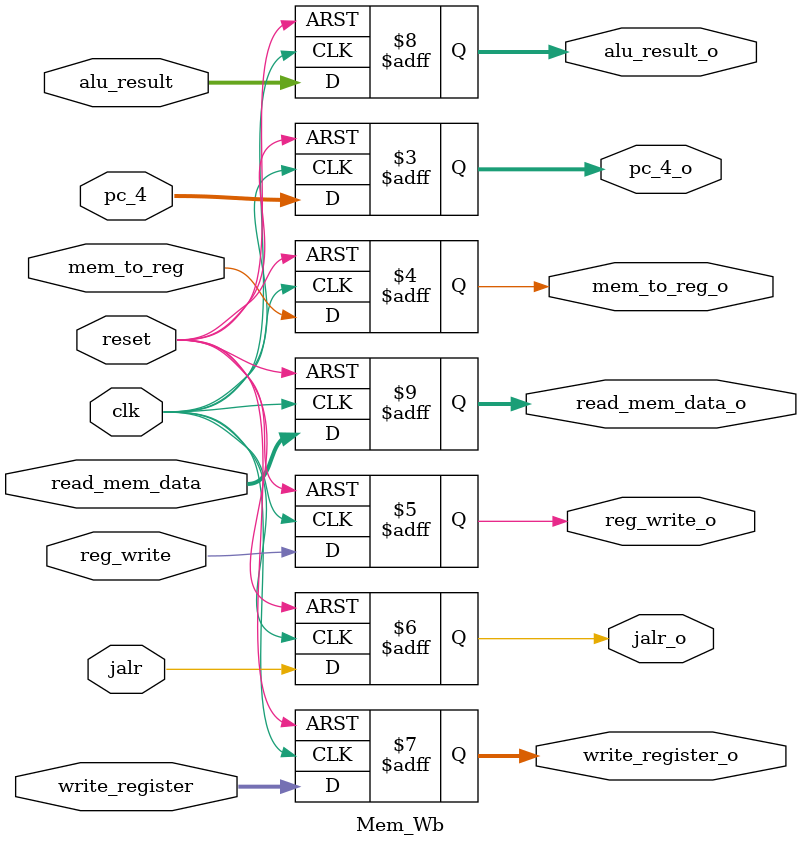
<source format=v>

module Mem_Wb
#
(
	parameter N =32
)
(
	input reset,
	input clk,
	
	input [N-1:0] pc_4,
	
	input mem_to_reg,
	input reg_write,
	
	input jalr,
	input [4:0] write_register,
	input [N-1:0] alu_result,
	input [N-1: 0] read_mem_data,
	
	// OUTPUTS
	output reg [N-1:0] pc_4_o,
	
	output reg mem_to_reg_o,
	output reg reg_write_o,
	
	output reg jalr_o,
	output reg [4:0] write_register_o,
	output reg [N-1:0] alu_result_o,
	output reg [N-1: 0] read_mem_data_o	
);



always@(negedge reset or negedge clk) begin
    if(reset==0) begin
		  pc_4_o <= 0;
			mem_to_reg_o <= 0;
			reg_write_o <= 0;

			jalr_o <= 0;
			write_register_o <= 0;
			alu_result_o <= 0;
			read_mem_data_o <= 0;
	 end
    else begin
        pc_4_o <= pc_4;
			mem_to_reg_o <= mem_to_reg;
			reg_write_o <= reg_write;

			jalr_o <= jalr;
			write_register_o <= write_register;
			alu_result_o <= alu_result;
			read_mem_data_o <= read_mem_data;
	end
end



endmodule
</source>
